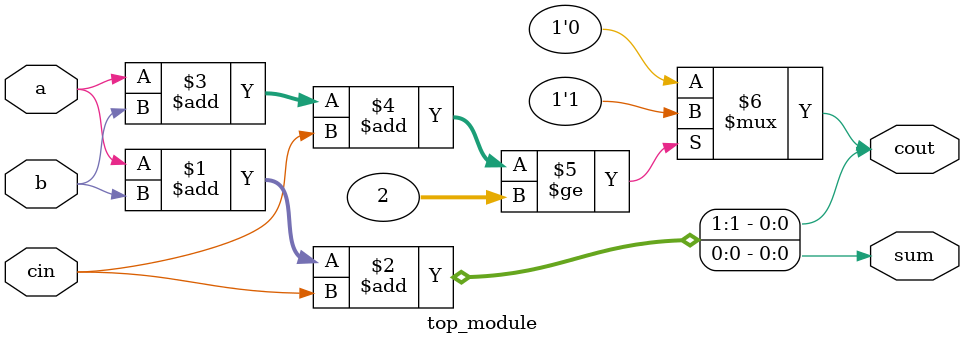
<source format=sv>
module top_module (
	input a,
	input b,
	input cin,
	output cout,
	output sum
);
	
	assign {cout, sum} = a + b + cin;
	
	assign cout = (a + b + cin >= 2) ? 1'b1 : 1'b0;
	
endmodule

</source>
